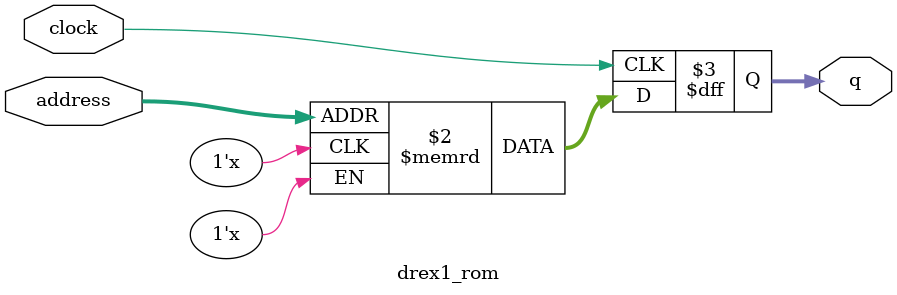
<source format=sv>
module drex1_rom (
	input logic clock,
	input logic [9:0] address,
	output logic [3:0] q
);

logic [3:0] memory [0:1023] /* synthesis ram_init_file = "./drex1/drex1.mif" */;

always_ff @ (posedge clock) begin
	q <= memory[address];
end

endmodule

</source>
